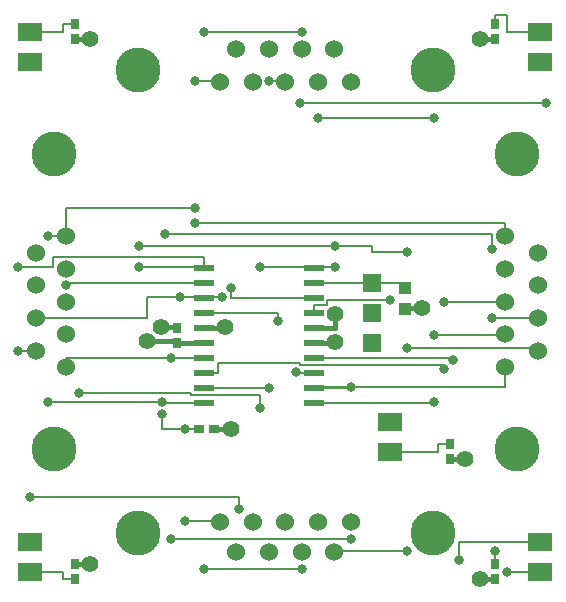
<source format=gbr>
%FSLAX14Y14*%
%MOIN*%
G04 EasyPC Gerber Version 18.0.1 Build 3581 *
%ADD26R,0.02800X0.03500*%
%ADD29R,0.03937X0.04291*%
%ADD14R,0.06000X0.06000*%
%ADD74C,0.00800*%
%ADD70C,0.01500*%
%ADD73C,0.03200*%
%ADD17C,0.05600*%
%ADD13C,0.06000*%
%ADD25R,0.06600X0.02000*%
%ADD27R,0.03500X0.02800*%
%ADD28C,0.15000*%
%ADD72R,0.08000X0.06000*%
X0Y0D02*
D02*
D13*
X1700Y8544D03*
Y9635D03*
Y10725D03*
Y11816D03*
X2700Y7999D03*
Y9089D03*
Y10180D03*
Y11271D03*
Y12361D03*
X7844Y2855D03*
Y17505D03*
X8389Y1855D03*
Y18620D03*
X8934Y2855D03*
Y17505D03*
X9480Y1855D03*
Y18620D03*
X10025Y2855D03*
Y17505D03*
X10570Y1855D03*
Y18620D03*
X11116Y2855D03*
Y17505D03*
X11661Y1855D03*
Y18620D03*
X12206Y2855D03*
Y17505D03*
X17350Y7999D03*
Y9089D03*
Y10180D03*
Y11271D03*
Y12361D03*
X18465Y8544D03*
Y9635D03*
Y10725D03*
Y11816D03*
D02*
D14*
X12900Y8805D03*
Y9805D03*
Y10805D03*
D02*
D17*
X3525Y1430D03*
Y18930D03*
X5425Y8880D03*
X5875Y9330D03*
X8025D03*
X8225Y5930D03*
X11675Y8830D03*
Y9780D03*
X14575Y9980D03*
X16025Y4930D03*
X16525Y930D03*
Y18930D03*
D02*
D70*
X3525Y1430D02*
X3025D01*
Y1435*
X3525Y18930D02*
X3025D01*
Y18925*
X5425Y8880D02*
X6400D01*
Y8800*
X5875Y9330D02*
X6400D01*
Y9310*
Y8800D02*
X7315D01*
X7320Y8805*
X8025Y9330D02*
Y9305D01*
X7320*
X8225Y5930D02*
X7655D01*
X11675Y8830D02*
Y8805D01*
X10980*
X11675Y9780D02*
Y9305D01*
X10980*
X14575Y9980D02*
X14025D01*
Y9955*
X16025Y4930D02*
X15525D01*
Y4925*
X16525Y930D02*
X17025D01*
Y925*
X16525Y18930D02*
X17025D01*
Y18925*
D02*
D25*
X7320Y6805D03*
Y7305D03*
Y7805D03*
Y8305D03*
Y8805D03*
Y9305D03*
Y9805D03*
Y10305D03*
Y10805D03*
Y11305D03*
X10980Y6805D03*
Y7305D03*
Y7805D03*
Y8305D03*
Y8805D03*
Y9305D03*
Y9805D03*
Y10305D03*
Y10805D03*
Y11305D03*
D02*
D26*
X3025Y925D03*
Y1435D03*
Y18925D03*
Y19435D03*
X6400Y8800D03*
Y9310D03*
X15525Y4925D03*
Y5435D03*
X17025Y925D03*
Y1435D03*
Y18925D03*
Y19435D03*
D02*
D27*
X7145Y5930D03*
X7655D03*
D02*
D28*
X2315Y5260D03*
Y15100D03*
X5105Y2470D03*
Y17890D03*
X14945Y2470D03*
Y17890D03*
X17735Y5260D03*
Y15100D03*
D02*
D29*
X14025Y9955D03*
Y10655D03*
D02*
D72*
X1525Y1180D03*
Y2180D03*
Y18180D03*
Y19180D03*
X13525Y5180D03*
Y6180D03*
X18525Y1180D03*
Y2180D03*
Y18180D03*
Y19180D03*
D02*
D73*
X1125Y8530D03*
Y11330D03*
X1525Y3680D03*
X2125Y6830D03*
Y12380D03*
X2725Y10730D03*
X3150Y7130D03*
X5150Y11330D03*
Y12055D03*
X5925Y6430D03*
Y6830D03*
X6025Y12430D03*
X6225Y2280D03*
Y8305D03*
X6525Y10330D03*
X6675Y2880D03*
Y5930D03*
X7025Y12805D03*
Y13305D03*
Y17530D03*
X7325Y1280D03*
Y19180D03*
X7925Y10330D03*
X8225Y10630D03*
X8475Y3280D03*
X9175Y6630D03*
Y11330D03*
X9475Y7305D03*
Y17530D03*
X9775Y9530D03*
X10375Y7830D03*
X10525Y16805D03*
X10575Y1280D03*
Y19180D03*
X11125Y16305D03*
X11675Y11330D03*
Y12055D03*
X12225Y2280D03*
Y7330D03*
X13525Y10230D03*
X14075Y1880D03*
Y8630D03*
Y11830D03*
X14975Y6830D03*
Y9080D03*
Y16305D03*
X15325Y7930D03*
Y10180D03*
X15625Y8230D03*
X15825Y1580D03*
X16925Y9630D03*
Y11930D03*
X17025Y1880D03*
X17425Y1180D03*
X18700Y16805D03*
D02*
D74*
X1125Y8530D02*
X1700D01*
Y8544*
X2700Y12380D02*
Y12361D01*
Y12380D02*
Y13305D01*
X7025*
X2700Y12380D02*
X2125D01*
X2725Y10730D02*
Y10805D01*
X7320*
X3025Y925D02*
Y930D01*
X2625*
Y1180*
X1525*
X3025Y19435D02*
Y19430D01*
X2625*
Y19180*
X1525*
X3150Y7130D02*
X6875D01*
Y7080*
X9175*
Y6630*
X5925Y6430D02*
Y5930D01*
X6675*
X5925Y6830D02*
Y6805D01*
X7320*
X5925Y6830D02*
X2125D01*
X6025Y12430D02*
X16925D01*
Y11930*
X6225Y8305D02*
X2700D01*
Y7999*
X6525Y10330D02*
X5425D01*
Y9635*
X1700*
X6675Y2880D02*
X7844D01*
Y2855*
X6675Y5930D02*
X7145D01*
X7025Y12805D02*
X17350D01*
Y12361*
X7025Y17530D02*
X7844D01*
Y17505*
X7315Y11330D02*
Y11305D01*
X7320*
X7315Y11330D02*
Y11680D01*
X2275*
Y11330*
X1125*
X7315D02*
X5150D01*
X7320Y8305D02*
X6225D01*
X7325Y10330D02*
X7320Y10305D01*
X7325Y10330D02*
X6525D01*
X7325D02*
X7925D01*
X8225Y10630D02*
Y10305D01*
X10980*
X8475Y3280D02*
Y3680D01*
X1525*
X9475Y7305D02*
X7320D01*
X9475Y17530D02*
X10025D01*
Y17505*
X9775Y9530D02*
Y9805D01*
X7320*
X10375Y7830D02*
Y7805D01*
X10980*
X10525Y16805D02*
X18700D01*
X10575Y1280D02*
X7325D01*
X10575Y19180D02*
X7325D01*
X10975Y11330D02*
X10980Y11305D01*
X10975Y11330D02*
X11675D01*
X10975D02*
X9175D01*
X10980Y7305D02*
X10975Y7330D01*
X17350*
Y7999*
X11675Y12055D02*
X5150D01*
X12225Y2280D02*
X6225D01*
X12225Y7330D02*
Y7305D01*
X10980*
X12900Y10805D02*
X10980D01*
X12900D02*
X14025D01*
Y10655*
X13525Y10230D02*
X11425D01*
Y10080*
X10985*
Y9805*
X10980*
X14075Y1880D02*
X11661D01*
Y1855*
X14075Y8630D02*
X18465D01*
Y8544*
X14075Y11830D02*
X12900D01*
Y12055*
X11675*
X14975Y6830D02*
Y6805D01*
X10980*
X14975Y9080D02*
X17350D01*
Y9089*
X14975Y16305D02*
X11125D01*
X15325Y7930D02*
Y8080D01*
X10525*
Y8130*
X7775*
Y7805*
X7320*
X15325Y10180D02*
X17350D01*
X15525Y5435D02*
Y5430D01*
X15125*
Y5180*
X13525*
X15625Y8230D02*
Y8305D01*
X10980*
X15825Y1580D02*
Y2180D01*
X18525*
X16925Y9630D02*
X18465D01*
Y9635*
X17025Y1880D02*
Y1435D01*
Y19435D02*
Y19730D01*
X17425*
Y19180*
X18525*
X17425Y1180D02*
X18525D01*
X0Y0D02*
M02*

</source>
